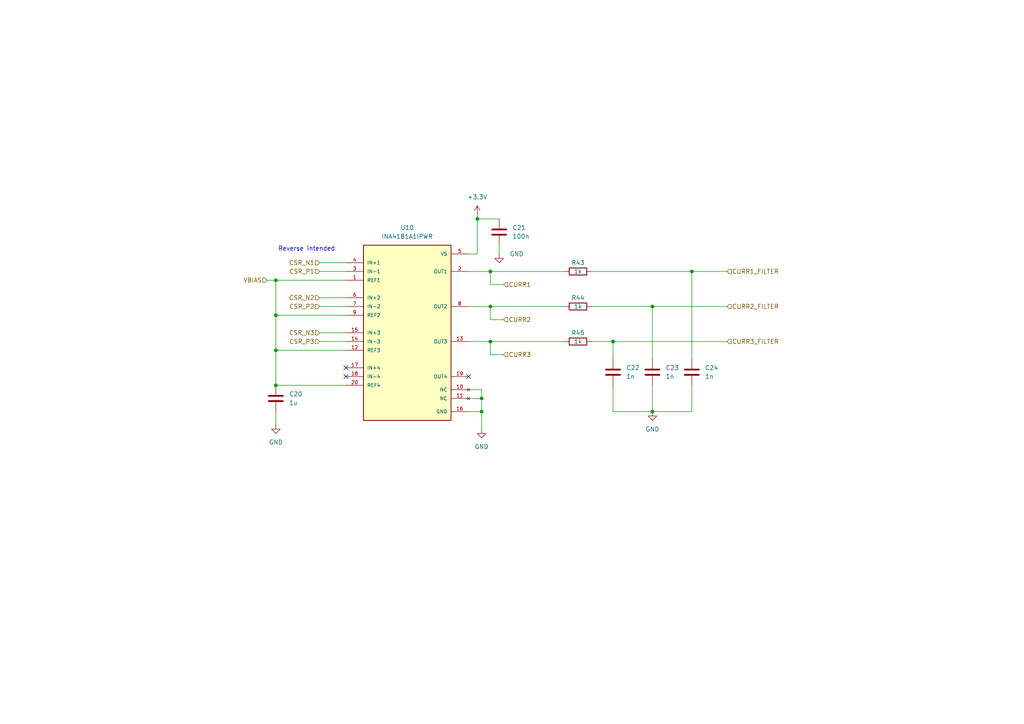
<source format=kicad_sch>
(kicad_sch (version 20230121) (generator eeschema)
  (paper "A4")
  (lib_symbols
    (symbol "Device:C" (pin_numbers hide) (pin_names (offset 0.254))
      (property "Reference" "C" (at 0.635 2.54 0))
      (property "Value" "C" (at 0.635 -2.54 0))
      (symbol "C_0_1"
        (polyline (pts (xy -2.032 -0.762) (xy 2.032 -0.762)) (stroke (width 0.508)))
        (polyline (pts (xy -2.032 0.762) (xy 2.032 0.762)) (stroke (width 0.508)))
      )
      (symbol "C_1_1"
        (pin passive line (at 0 3.81 270) (length 2.794) (name "~") (number "1"))
        (pin passive line (at 0 -3.81 90) (length 2.794) (name "~") (number "2"))
      )
    )
    (symbol "Device:R" (pin_numbers hide) (pin_names (offset 0))
      (property "Reference" "R" (at 2.032 0 90))
      (property "Value" "R" (at 0 0 90))
      (symbol "R_0_1"
        (rectangle (start -1.016 -2.54) (end 1.016 2.54) (stroke (width 0.254)))
      )
      (symbol "R_1_1"
        (pin passive line (at 0 3.81 270) (length 1.27) (name "~") (number "1"))
        (pin passive line (at 0 -3.81 90) (length 1.27) (name "~") (number "2"))
      )
    )
    (symbol "GigaVescSymbols:INA4181A1IPWR" (pin_names (offset 1.016))
      (property "Reference" "U" (at -12.7 27.94 0))
      (property "Value" "INA4181A1IPWR" (at -12.7 -30.48 0))
      (symbol "INA4181A1IPWR_0_0"
        (rectangle (start -12.7 25.4) (end 12.7 -25.4) (stroke (width 0.254)) (fill (type background)))
        (pin input line (at -17.78 15.24 0) (length 5.08) (name "REF1") (number "1"))
        (pin no_connect line (at 17.78 -16.51 180) (length 5.08) (name "NC") (number "10"))
        (pin no_connect line (at 17.78 -19.05 180) (length 5.08) (name "NC") (number "11"))
        (pin input line (at -17.78 -5.08 0) (length 5.08) (name "REF3") (number "12"))
        (pin output line (at 17.78 -2.54 180) (length 5.08) (name "OUT3") (number "13"))
        (pin input line (at -17.78 -2.54 0) (length 5.08) (name "IN-3") (number "14"))
        (pin input line (at -17.78 0 0) (length 5.08) (name "IN+3") (number "15"))
        (pin power_in line (at 17.78 -22.86 180) (length 5.08) (name "GND") (number "16"))
        (pin input line (at -17.78 -10.16 0) (length 5.08) (name "IN+4") (number "17"))
        (pin input line (at -17.78 -12.7 0) (length 5.08) (name "IN-4") (number "18"))
        (pin output line (at 17.78 -12.7 180) (length 5.08) (name "OUT4") (number "19"))
        (pin output line (at 17.78 17.78 180) (length 5.08) (name "OUT1") (number "2"))
        (pin input line (at -17.78 -15.24 0) (length 5.08) (name "REF4") (number "20"))
        (pin input line (at -17.78 17.78 0) (length 5.08) (name "IN-1") (number "3"))
        (pin input line (at -17.78 20.32 0) (length 5.08) (name "IN+1") (number "4"))
        (pin power_in line (at 17.78 22.86 180) (length 5.08) (name "VS") (number "5"))
        (pin input line (at -17.78 10.16 0) (length 5.08) (name "IN+2") (number "6"))
        (pin input line (at -17.78 7.62 0) (length 5.08) (name "IN-2") (number "7"))
        (pin output line (at 17.78 7.62 180) (length 5.08) (name "OUT2") (number "8"))
        (pin input line (at -17.78 5.08 0) (length 5.08) (name "REF2") (number "9"))
      )
    )
    (symbol "power:+3.3V" (power) (pin_names (offset 0))
      (property "Value" "+3.3V" (at 0 3.556 0))
      (symbol "+3.3V_0_1"
        (polyline (pts (xy -0.762 1.27) (xy 0 2.54)))
        (polyline (pts (xy 0 0) (xy 0 2.54)))
        (polyline (pts (xy 0 2.54) (xy 0.762 1.27)))
      )
      (symbol "+3.3V_1_1"
        (pin power_in line (at 0 0 90) (length 0) hide (name "+3.3V") (number "1"))
      )
    )
    (symbol "power:GND" (power) (pin_names (offset 0))
      (property "Value" "GND" (at 0 -3.81 0))
      (symbol "GND_0_1"
        (polyline (pts (xy 0 0) (xy 0 -1.27) (xy 1.27 -1.27) (xy 0 -2.54) (xy -1.27 -1.27) (xy 0 -1.27)))
      )
      (symbol "GND_1_1"
        (pin power_in line (at 0 0 270) (length 0) hide (name "GND") (number "1"))
      )
    )
  )
  (junction (at 189.23 119.38))
  (junction (at 80.01 101.6))
  (junction (at 80.01 91.44))
  (junction (at 142.24 78.74))
  (junction (at 200.66 78.74))
  (junction (at 189.23 88.9))
  (junction (at 142.24 99.06))
  (junction (at 142.24 88.9))
  (junction (at 139.7 115.57))
  (junction (at 80.01 81.28))
  (junction (at 177.8 99.06))
  (junction (at 138.43 63.5))
  (junction (at 80.01 111.76))
  (junction (at 139.7 119.38))
  (no_connect (at 135.89 109.22))
  (no_connect (at 100.33 109.22))
  (no_connect (at 100.33 106.68))
  (wire (pts (xy 142.24 82.55) (xy 142.24 78.74)))
  (wire (pts (xy 80.01 111.76) (xy 80.01 101.6)))
  (wire (pts (xy 144.78 71.12) (xy 144.78 73.66)))
  (wire (pts (xy 139.7 115.57) (xy 139.7 119.38)))
  (wire (pts (xy 177.8 119.38) (xy 189.23 119.38)))
  (wire (pts (xy 177.8 104.14) (xy 177.8 99.06)))
  (wire (pts (xy 200.66 119.38) (xy 189.23 119.38)))
  (wire (pts (xy 139.7 113.03) (xy 139.7 115.57)))
  (wire (pts (xy 92.71 99.06) (xy 100.33 99.06)))
  (wire (pts (xy 171.45 88.9) (xy 189.23 88.9)))
  (wire (pts (xy 200.66 78.74) (xy 210.82 78.74)))
  (wire (pts (xy 177.8 99.06) (xy 171.45 99.06)))
  (wire (pts (xy 189.23 111.76) (xy 189.23 119.38)))
  (wire (pts (xy 92.71 96.52) (xy 100.33 96.52)))
  (wire (pts (xy 142.24 102.87) (xy 142.24 99.06)))
  (wire (pts (xy 200.66 78.74) (xy 200.66 104.14)))
  (wire (pts (xy 135.89 78.74) (xy 142.24 78.74)))
  (wire (pts (xy 80.01 91.44) (xy 80.01 81.28)))
  (wire (pts (xy 138.43 63.5) (xy 138.43 62.23)))
  (wire (pts (xy 92.71 86.36) (xy 100.33 86.36)))
  (wire (pts (xy 171.45 78.74) (xy 200.66 78.74)))
  (wire (pts (xy 142.24 78.74) (xy 163.83 78.74)))
  (wire (pts (xy 80.01 119.38) (xy 80.01 123.19)))
  (wire (pts (xy 138.43 73.66) (xy 138.43 63.5)))
  (wire (pts (xy 100.33 101.6) (xy 80.01 101.6)))
  (wire (pts (xy 177.8 111.76) (xy 177.8 119.38)))
  (wire (pts (xy 146.05 82.55) (xy 142.24 82.55)))
  (wire (pts (xy 92.71 78.74) (xy 100.33 78.74)))
  (wire (pts (xy 139.7 124.46) (xy 139.7 119.38)))
  (wire (pts (xy 135.89 73.66) (xy 138.43 73.66)))
  (wire (pts (xy 146.05 92.71) (xy 142.24 92.71)))
  (wire (pts (xy 77.47 81.28) (xy 80.01 81.28)))
  (wire (pts (xy 92.71 88.9) (xy 100.33 88.9)))
  (wire (pts (xy 135.89 115.57) (xy 139.7 115.57)))
  (wire (pts (xy 177.8 99.06) (xy 210.82 99.06)))
  (wire (pts (xy 135.89 88.9) (xy 142.24 88.9)))
  (wire (pts (xy 92.71 76.2) (xy 100.33 76.2)))
  (wire (pts (xy 146.05 102.87) (xy 142.24 102.87)))
  (wire (pts (xy 80.01 101.6) (xy 80.01 91.44)))
  (wire (pts (xy 100.33 111.76) (xy 80.01 111.76)))
  (wire (pts (xy 189.23 88.9) (xy 210.82 88.9)))
  (wire (pts (xy 142.24 92.71) (xy 142.24 88.9)))
  (wire (pts (xy 189.23 88.9) (xy 189.23 104.14)))
  (wire (pts (xy 139.7 119.38) (xy 135.89 119.38)))
  (wire (pts (xy 100.33 91.44) (xy 80.01 91.44)))
  (wire (pts (xy 135.89 99.06) (xy 142.24 99.06)))
  (wire (pts (xy 142.24 88.9) (xy 163.83 88.9)))
  (wire (pts (xy 142.24 99.06) (xy 163.83 99.06)))
  (wire (pts (xy 138.43 63.5) (xy 144.78 63.5)))
  (wire (pts (xy 200.66 111.76) (xy 200.66 119.38)))
  (wire (pts (xy 80.01 81.28) (xy 100.33 81.28)))
  (wire (pts (xy 135.89 113.03) (xy 139.7 113.03)))
  (text "Reverse intended" (at 80.645 73.025 0) (effects (font (size 1.27 1.27)) (justify left bottom)))
  (hierarchical_label "CURR3" (shape input) (at 146.05 102.87 0))
  (hierarchical_label "CSR_P3" (shape input) (at 92.71 99.06 180))
  (hierarchical_label "CURR2_FILTER" (shape input) (at 210.82 88.9 0))
  (hierarchical_label "CURR1_FILTER" (shape input) (at 210.82 78.74 0))
  (hierarchical_label "CURR1" (shape input) (at 146.05 82.55 0))
  (hierarchical_label "CSR_N2" (shape input) (at 92.71 86.36 180))
  (hierarchical_label "CURR3_FILTER" (shape input) (at 210.82 99.06 0))
  (hierarchical_label "CURR2" (shape input) (at 146.05 92.71 0))
  (hierarchical_label "CSR_P2" (shape input) (at 92.71 88.9 180))
  (hierarchical_label "CSR_P1" (shape input) (at 92.71 78.74 180))
  (hierarchical_label "CSR_N1" (shape input) (at 92.71 76.2 180))
  (hierarchical_label "CSR_N3" (shape input) (at 92.71 96.52 180))
  (hierarchical_label "VBIAS" (shape input) (at 77.47 81.28 180))
  (symbol (lib_id "Device:C") (at 80.01 115.57 0) (unit 1)
    (property "Reference" "C20" (at 83.82 114.3 0) (effects (justify left)))
    (property "Value" "1u" (at 83.82 116.84 0) (effects (justify left)))
    (property "Footprint" "Capacitor_SMD:C_0805_2012Metric" (effects hide))
  )
  (symbol (lib_id "Device:R") (at 167.64 99.06 90) (unit 1)
    (property "Reference" "R45" (at 167.64 96.52 90))
    (property "Value" "1k" (at 167.64 99.06 90))
    (property "Footprint" "Resistor_SMD:R_0805_2012Metric" (effects hide))
  )
  (symbol (lib_id "power:GND") (at 189.23 119.38 0) (unit 1)
    (property "Reference" "#PWR058" (effects hide))
    (property "Value" "GND" (at 189.23 124.46 0))
  )
  (symbol (lib_id "Device:R") (at 167.64 78.74 90) (unit 1)
    (property "Reference" "R43" (at 167.64 76.2 90))
    (property "Value" "1k" (at 167.64 78.74 90))
    (property "Footprint" "Resistor_SMD:R_0805_2012Metric" (effects hide))
  )
  (symbol (lib_id "Device:C") (at 200.66 107.95 0) (unit 1)
    (property "Reference" "C24" (at 204.47 106.68 0) (effects (justify left)))
    (property "Value" "1n" (at 204.47 109.22 0) (effects (justify left)))
    (property "Footprint" "Capacitor_SMD:C_0805_2012Metric" (effects hide))
  )
  (symbol (lib_id "GigaVescSymbols:INA4181A1IPWR") (at 118.11 96.52 0) (unit 1)
    (property "Reference" "U10" (at 118.11 66.04 0))
    (property "Value" "INA4181A1IPWR" (at 118.11 68.58 0))
    (property "Footprint" "Package_SO:TSSOP-20_4.4x6.5mm_P0.65mm" (effects hide))
    (property "PARTREV" "May 2020" (effects hide))
    (property "STANDARD" "IPC 7351B" (effects hide))
    (property "MAXIMUM_PACKAGE_HEIGHT" "1.2 mm" (effects hide))
    (property "MANUFACTURER" "Texas Instruments" (effects hide))
  )
  (symbol (lib_id "power:GND") (at 144.78 73.66 0) (unit 1)
    (property "Reference" "#PWR057" (effects hide))
    (property "Value" "GND" (at 149.86 73.66 0))
  )
  (symbol (lib_id "Device:C") (at 144.78 67.31 0) (unit 1)
    (property "Reference" "C21" (at 148.59 66.04 0) (effects (justify left)))
    (property "Value" "100n" (at 148.59 68.58 0) (effects (justify left)))
    (property "Footprint" "Capacitor_SMD:C_0805_2012Metric" (effects hide))
  )
  (symbol (lib_id "power:+3.3V") (at 138.43 62.23 0) (unit 1)
    (property "Reference" "#PWR056" (effects hide))
    (property "Value" "+3.3V" (at 138.43 57.15 0))
  )
  (symbol (lib_id "power:GND") (at 139.7 124.46 0) (unit 1)
    (property "Reference" "#PWR054" (effects hide))
    (property "Value" "GND" (at 139.7 129.54 0))
  )
  (symbol (lib_id "Device:C") (at 177.8 107.95 0) (unit 1)
    (property "Reference" "C22" (at 181.61 106.68 0) (effects (justify left)))
    (property "Value" "1n" (at 181.61 109.22 0) (effects (justify left)))
    (property "Footprint" "Capacitor_SMD:C_0805_2012Metric" (effects hide))
  )
  (symbol (lib_id "Device:R") (at 167.64 88.9 90) (unit 1)
    (property "Reference" "R44" (at 167.64 86.36 90))
    (property "Value" "1k" (at 167.64 88.9 90))
    (property "Footprint" "Resistor_SMD:R_0805_2012Metric" (effects hide))
  )
  (symbol (lib_id "power:GND") (at 80.01 123.19 0) (unit 1)
    (property "Reference" "#PWR055" (effects hide))
    (property "Value" "GND" (at 80.01 128.27 0))
  )
  (symbol (lib_id "Device:C") (at 189.23 107.95 0) (unit 1)
    (property "Reference" "C23" (at 193.04 106.68 0) (effects (justify left)))
    (property "Value" "1n" (at 193.04 109.22 0) (effects (justify left)))
    (property "Footprint" "Capacitor_SMD:C_0805_2012Metric" (effects hide))
  )
)
</source>
